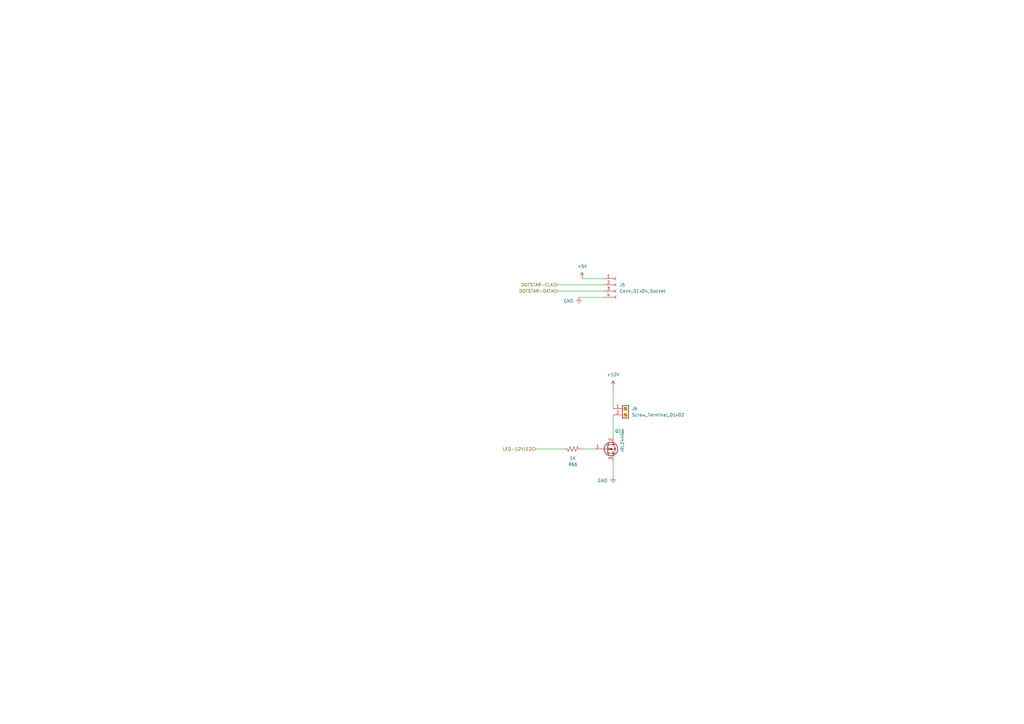
<source format=kicad_sch>
(kicad_sch (version 20231120) (generator "eeschema") (generator_version "8.0")
  (paper "A3")
  (lib_symbols
    (symbol "Connector:Conn_01x04_Socket" (pin_names (offset 1.016) hide)
      (property "Reference" "J" (at 0 5.08 0))
      (property "Value" "Conn_01x04_Socket" (at 0 -7.62 0))
      (symbol "Conn_01x04_Socket_1_1"
        (arc (start 0 -4.572) (mid -0.5058 -5.08) (end 0 -5.588) (stroke (width 0.1524)))
        (arc (start 0 -2.032) (mid -0.5058 -2.54) (end 0 -3.048) (stroke (width 0.1524)))
        (polyline (pts (xy -1.27 -5.08) (xy -0.508 -5.08)) (stroke (width 0.1524)))
        (polyline (pts (xy -1.27 -2.54) (xy -0.508 -2.54)) (stroke (width 0.1524)))
        (polyline (pts (xy -1.27 0) (xy -0.508 0)) (stroke (width 0.1524)))
        (polyline (pts (xy -1.27 2.54) (xy -0.508 2.54)) (stroke (width 0.1524)))
        (arc (start 0 0.508) (mid -0.5058 0) (end 0 -0.508) (stroke (width 0.1524)))
        (arc (start 0 3.048) (mid -0.5058 2.54) (end 0 2.032) (stroke (width 0.1524)))
        (pin passive line (at -5.08 2.54 0) (length 3.81) (name "Pin_1") (number "1"))
        (pin passive line (at -5.08 0 0) (length 3.81) (name "Pin_2") (number "2"))
        (pin passive line (at -5.08 -2.54 0) (length 3.81) (name "Pin_3") (number "3"))
        (pin passive line (at -5.08 -5.08 0) (length 3.81) (name "Pin_4") (number "4"))
      )
    )
    (symbol "Connector:Screw_Terminal_01x02" (pin_names (offset 1.016) hide)
      (property "Reference" "J" (at 0 2.54 0))
      (property "Value" "Screw_Terminal_01x02" (at 0 -5.08 0))
      (symbol "Screw_Terminal_01x02_1_1"
        (rectangle (start -1.27 1.27) (end 1.27 -3.81) (stroke (width 0.254)) (fill (type background)))
        (circle (center 0 -2.54) (radius 0.635) (stroke (width 0.1524)))
        (polyline (pts (xy -0.5334 -2.2098) (xy 0.3302 -3.048)) (stroke (width 0.1524)))
        (polyline (pts (xy -0.5334 0.3302) (xy 0.3302 -0.508)) (stroke (width 0.1524)))
        (polyline (pts (xy -0.3556 -2.032) (xy 0.508 -2.8702)) (stroke (width 0.1524)))
        (polyline (pts (xy -0.3556 0.508) (xy 0.508 -0.3302)) (stroke (width 0.1524)))
        (circle (center 0 0) (radius 0.635) (stroke (width 0.1524)))
        (pin passive line (at -5.08 0 0) (length 3.81) (name "Pin_1") (number "1"))
        (pin passive line (at -5.08 -2.54 0) (length 3.81) (name "Pin_2") (number "2"))
      )
    )
    (symbol "Device:R_US" (pin_numbers hide) (pin_names (offset 0))
      (property "Reference" "R" (at 2.54 0 90))
      (property "Value" "R_US" (at -2.54 0 90))
      (symbol "R_US_0_1"
        (polyline (pts (xy 0 -2.286) (xy 0 -2.54)))
        (polyline (pts (xy 0 2.286) (xy 0 2.54)))
        (polyline (pts (xy 0 -0.762) (xy 1.016 -1.143) (xy 0 -1.524) (xy -1.016 -1.905) (xy 0 -2.286)))
        (polyline (pts (xy 0 0.762) (xy 1.016 0.381) (xy 0 0) (xy -1.016 -0.381) (xy 0 -0.762)))
        (polyline (pts (xy 0 2.286) (xy 1.016 1.905) (xy 0 1.524) (xy -1.016 1.143) (xy 0 0.762)))
      )
      (symbol "R_US_1_1"
        (pin passive line (at 0 3.81 270) (length 1.27) (name "~") (number "1"))
        (pin passive line (at 0 -3.81 90) (length 1.27) (name "~") (number "2"))
      )
    )
    (symbol "Transistor_FET:IRLZ44N" (pin_names hide)
      (property "Reference" "Q" (at 5.08 1.905 0))
      (property "Value" "IRLZ44N" (at 5.08 0 0))
      (symbol "IRLZ44N_0_1"
        (polyline (pts (xy 0.254 0) (xy -2.54 0)))
        (polyline (pts (xy 0.254 1.905) (xy 0.254 -1.905)) (stroke (width 0.254)))
        (polyline (pts (xy 0.762 -1.27) (xy 0.762 -2.286)) (stroke (width 0.254)))
        (polyline (pts (xy 0.762 0.508) (xy 0.762 -0.508)) (stroke (width 0.254)))
        (polyline (pts (xy 0.762 2.286) (xy 0.762 1.27)) (stroke (width 0.254)))
        (polyline (pts (xy 2.54 2.54) (xy 2.54 1.778)))
        (polyline (pts (xy 2.54 -2.54) (xy 2.54 0) (xy 0.762 0)))
        (polyline (pts (xy 0.762 -1.778) (xy 3.302 -1.778) (xy 3.302 1.778) (xy 0.762 1.778)))
        (polyline (pts (xy 1.016 0) (xy 2.032 0.381) (xy 2.032 -0.381) (xy 1.016 0)) (fill (type outline)))
        (polyline (pts (xy 2.794 0.508) (xy 2.921 0.381) (xy 3.683 0.381) (xy 3.81 0.254)))
        (polyline (pts (xy 3.302 0.381) (xy 2.921 -0.254) (xy 3.683 -0.254) (xy 3.302 0.381)))
        (circle (center 1.651 0) (radius 2.794) (stroke (width 0.254)))
        (circle (center 2.54 -1.778) (radius 0.254) (fill (type outline)))
        (circle (center 2.54 1.778) (radius 0.254) (fill (type outline)))
      )
      (symbol "IRLZ44N_1_1"
        (pin input line (at -5.08 0 0) (length 2.54) (name "G") (number "1"))
        (pin passive line (at 2.54 5.08 270) (length 2.54) (name "D") (number "2"))
        (pin passive line (at 2.54 -5.08 90) (length 2.54) (name "S") (number "3"))
      )
    )
    (symbol "power:+12V" (power) (pin_numbers hide) (pin_names (offset 0) hide)
      (property "Value" "+12V" (at 0 3.556 0))
      (symbol "+12V_0_1"
        (polyline (pts (xy -0.762 1.27) (xy 0 2.54)))
        (polyline (pts (xy 0 0) (xy 0 2.54)))
        (polyline (pts (xy 0 2.54) (xy 0.762 1.27)))
      )
      (symbol "+12V_1_1"
        (pin power_in line (at 0 0 90) (length 0) (name "~") (number "1"))
      )
    )
    (symbol "power:+5V" (power) (pin_numbers hide) (pin_names (offset 0) hide)
      (property "Value" "+5V" (at 0 3.556 0))
      (symbol "+5V_0_1"
        (polyline (pts (xy -0.762 1.27) (xy 0 2.54)))
        (polyline (pts (xy 0 0) (xy 0 2.54)))
        (polyline (pts (xy 0 2.54) (xy 0.762 1.27)))
      )
      (symbol "+5V_1_1"
        (pin power_in line (at 0 0 90) (length 0) (name "~") (number "1"))
      )
    )
    (symbol "power:Earth" (power) (pin_numbers hide) (pin_names (offset 0) hide)
      (property "Value" "Earth" (at 0 -3.81 0))
      (symbol "Earth_0_1"
        (polyline (pts (xy -0.635 -1.905) (xy 0.635 -1.905)))
        (polyline (pts (xy -0.127 -2.54) (xy 0.127 -2.54)))
        (polyline (pts (xy 0 -1.27) (xy 0 0)))
        (polyline (pts (xy 1.27 -1.27) (xy -1.27 -1.27)))
      )
      (symbol "Earth_1_1"
        (pin power_in line (at 0 0 270) (length 0) (name "~") (number "1"))
      )
    )
  )
  (wire (pts (xy 251.46 189.23) (xy 251.46 195.58)))
  (wire (pts (xy 237.49 121.92) (xy 247.65 121.92)))
  (wire (pts (xy 251.46 158.75) (xy 251.46 167.64)))
  (wire (pts (xy 228.6 116.84) (xy 247.65 116.84)))
  (wire (pts (xy 219.71 184.15) (xy 231.14 184.15)))
  (wire (pts (xy 238.76 184.15) (xy 243.84 184.15)))
  (wire (pts (xy 228.6 119.38) (xy 247.65 119.38)))
  (wire (pts (xy 251.46 170.18) (xy 251.46 179.07)))
  (wire (pts (xy 238.76 114.3) (xy 247.65 114.3)))
  (hierarchical_label "DOTSTAR-DATA" (shape input) (at 228.6 119.38 180))
  (hierarchical_label "LED-12VLED" (shape input) (at 219.71 184.15 180))
  (hierarchical_label "DOTSTAR-CLK" (shape input) (at 228.6 116.84 180))
  (symbol (lib_id "power:+12V") (at 251.46 158.75 0) (unit 1)
    (property "Reference" "#PWR0115" (effects (hide yes)))
    (property "Value" "+12V" (at 251.46 153.67 0))
    (property "Description" "Power symbol creates a global label with name \"+12V\"" (effects (hide yes)))
  )
  (symbol (lib_id "power:Earth") (at 251.46 195.58 0) (mirror y) (unit 1)
    (property "Reference" "#PWR0116" (effects (hide yes)))
    (property "Value" "GND" (at 247.142 197.104 0))
    (property "Description" "Power symbol creates a global label with name \"Earth\"" (effects (hide yes)))
  )
  (symbol (lib_id "Connector:Screw_Terminal_01x02") (at 256.54 167.64 0) (unit 1)
    (property "Reference" "J6" (at 259.08 167.6399 0) (effects (justify left)))
    (property "Value" "Screw_Terminal_01x02" (at 259.08 170.1799 0) (effects (justify left)))
    (property "Footprint" "Connector_JST:JST_XH_B2B-XH-A_1x02_P2.50mm_Vertical" (effects (hide yes)))
    (property "Description" "Generic screw terminal, single row, 01x02, script generated (kicad-library-utils/schlib/autogen/connector/)" (effects (hide yes)))
  )
  (symbol (lib_id "power:+5V") (at 238.76 114.3 0) (unit 1)
    (property "Reference" "#PWR0114" (effects (hide yes)))
    (property "Value" "+5V" (at 238.76 109.22 0))
    (property "Description" "Power symbol creates a global label with name \"+5V\"" (effects (hide yes)))
  )
  (symbol (lib_id "Connector:Conn_01x04_Socket") (at 252.73 116.84 0) (unit 1)
    (property "Reference" "J5" (at 254 116.8399 0) (effects (justify left)))
    (property "Value" "Conn_01x04_Socket" (at 254 119.3799 0) (effects (justify left)))
    (property "Footprint" "Connector_PinHeader_2.54mm:PinHeader_1x04_P2.54mm_Vertical" (effects (hide yes)))
    (property "Description" "Generic connector, single row, 01x04, script generated" (effects (hide yes)))
  )
  (symbol (lib_id "power:Earth") (at 237.49 121.92 0) (mirror y) (unit 1)
    (property "Reference" "#PWR0113" (effects (hide yes)))
    (property "Value" "GND" (at 233.172 123.444 0))
    (property "Description" "Power symbol creates a global label with name \"Earth\"" (effects (hide yes)))
  )
  (symbol (lib_id "Transistor_FET:IRLZ44N") (at 248.92 184.15 0) (unit 1)
    (property "Reference" "Q16" (at 252.222 176.784 0) (effects (justify left)))
    (property "Value" "IRLZ44N" (at 255.27 185.4199 90) (effects (justify left)))
    (property "Footprint" "Package_TO_SOT_SMD:TO-263-2" (effects (hide yes)))
    (property "Datasheet" "http://www.irf.com/product-info/datasheets/data/irlz44n.pdf" (effects (hide yes)))
    (property "Description" "47A Id, 55V Vds, 22mOhm Rds Single N-Channel HEXFET Power MOSFET, TO-220AB" (effects (hide yes)))
    (property "Digikey_PN" "IRLZ44NSTRLPBFTR-ND" (effects (hide yes)))
    (property "MPN" "IRLZ44NSTRLPBF" (effects (hide yes)))
  )
  (symbol (lib_id "Device:R_US") (at 234.95 184.15 270) (mirror x) (unit 1)
    (property "Reference" "R66" (at 234.95 190.5 90))
    (property "Value" "1K" (at 234.95 187.96 90))
    (property "Footprint" "Resistor_SMD:R_1206_3216Metric_Pad1.30x1.75mm_HandSolder" (effects (hide yes)))
    (property "MPN" "RC0603FR-075K1L" (effects (hide yes)))
    (property "MF" "YAGEO" (effects (hide yes)))
    (property "LCSC" "C105580" (effects (hide yes)))
  )
)
</source>
